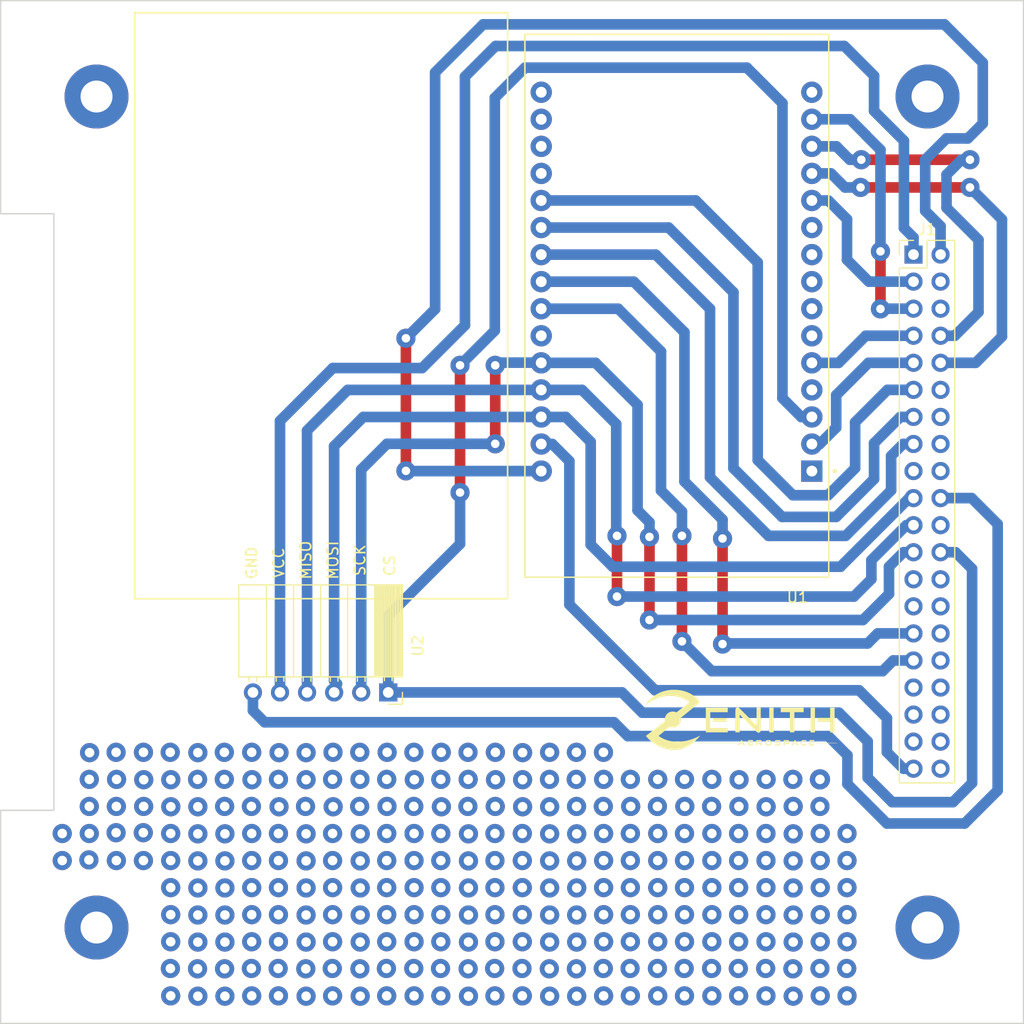
<source format=kicad_pcb>
(kicad_pcb (version 20211014) (generator pcbnew)
  (layers (0 "F.Cu" signal) (31 "B.Cu" signal) (34 "B.Paste" user) (35 "F.Paste" user) (36 "B.SilkS" user "B.Silkscreen") (37 "F.SilkS" user "F.Silkscreen") (38 "B.Mask" user) (39 "F.Mask" user) (44 "Edge.Cuts" user))
  (net 0 "")
  (net 1 "/3.3V")
  (net 2 "/5V")
  (net 3 "/SDA")
  (net 5 "/SCL")
  (net 6 "/GND")
  (net 8 "/TX0")
  (net 9 "/RX0")
  (net 10 "/M0")
  (net 12 "/M1")
  (net 13 "/AUX")
  (net 16 "/MOSI")
  (net 17 "/MISO")
  (net 19 "/SCK")
  (net 20 "/CS")
  (net 24 "/LED1")
  (net 25 "/LED2")
  (net 30 "/INT")
  (footprint "Connector_PinSocket_2.54mm:PinSocket_1x06_P2.54mm_Horizontal" (layer "F.Cu") (at 132.2 103.6 -90)
    (fp_text reference "U2" (at -4.38 -2.77 90) (layer "F.SilkS"))
    (fp_text value "Conn_01x06")
    (pad "1" thru_hole rect (at 0 0 270) (size 1.7 1.7) (drill 1) (layers *.Cu *.Mask) (net 20 "/CS"))
    (pad "2" thru_hole oval (at 0 2.54 270) (size 1.7 1.7) (drill 1) (layers *.Cu *.Mask) (net 19 "/SCK"))
    (pad "3" thru_hole oval (at 0 5.08 270) (size 1.7 1.7) (drill 1) (layers *.Cu *.Mask) (net 16 "/MOSI"))
    (pad "4" thru_hole oval (at 0 7.62 270) (size 1.7 1.7) (drill 1) (layers *.Cu *.Mask) (net 17 "/MISO"))
    (pad "5" thru_hole oval (at 0 10.16 270) (size 1.7 1.7) (drill 1) (layers *.Cu *.Mask) (net 1 "/3.3V"))
    (pad "6" thru_hole oval (at 0 12.7 270) (size 1.7 1.7) (drill 1) (layers *.Cu *.Mask) (net 6 "/GND"))
  )
  (footprint "Guilherme:ESP32_DEVKIT_V1_sem" (layer "F.Cu") (at 159.258 67.31 180)
    (fp_text reference "U1" (at -11.355 -27.36 180) (layer "F.SilkS"))
    (fp_text value "ESP32-DEVKIT-V1")
    (pad "1" thru_hole rect (at -12.7 -15.515 180) (size 2 2) (drill 1.02) (layers *.Cu *.Mask))
    (pad "2" thru_hole circle (at -12.7 -12.975 180) (size 2 2) (drill 1.02) (layers *.Cu *.Mask) (net 6 "/GND"))
    (pad "3" thru_hole circle (at -12.7 -10.435 180) (size 2 2) (drill 1.02) (layers *.Cu *.Mask) (net 20 "/CS"))
    (pad "4" thru_hole circle (at -12.7 -7.895 180) (size 2 2) (drill 1.02) (layers *.Cu *.Mask))
    (pad "5" thru_hole circle (at -12.7 -5.355 180) (size 2 2) (drill 1.02) (layers *.Cu *.Mask) (net 30 "/INT"))
    (pad "6" thru_hole circle (at -12.7 -2.815 180) (size 2 2) (drill 1.02) (layers *.Cu *.Mask))
    (pad "7" thru_hole circle (at -12.7 -0.275 180) (size 2 2) (drill 1.02) (layers *.Cu *.Mask))
    (pad "8" thru_hole circle (at -12.7 2.265 180) (size 2 2) (drill 1.02) (layers *.Cu *.Mask))
    (pad "9" thru_hole circle (at -12.7 4.805 180) (size 2 2) (drill 1.02) (layers *.Cu *.Mask))
    (pad "10" thru_hole circle (at -12.7 7.345 180) (size 2 2) (drill 1.02) (layers *.Cu *.Mask))
    (pad "11" thru_hole circle (at -12.7 9.885 180) (size 2 2) (drill 1.02) (layers *.Cu *.Mask) (net 3 "/SDA"))
    (pad "12" thru_hole circle (at -12.7 12.425 180) (size 2 2) (drill 1.02) (layers *.Cu *.Mask) (net 9 "/RX0"))
    (pad "13" thru_hole circle (at -12.7 14.965 180) (size 2 2) (drill 1.02) (layers *.Cu *.Mask) (net 8 "/TX0"))
    (pad "14" thru_hole circle (at -12.7 17.505 180) (size 2 2) (drill 1.02) (layers *.Cu *.Mask) (net 5 "/SCL"))
    (pad "15" thru_hole circle (at -12.7 20.045 180) (size 2 2) (drill 1.02) (layers *.Cu *.Mask))
    (pad "16" thru_hole circle (at 12.7 20.045 180) (size 2 2) (drill 1.02) (layers *.Cu *.Mask))
    (pad "17" thru_hole circle (at 12.7 17.505 180) (size 2 2) (drill 1.02) (layers *.Cu *.Mask))
    (pad "18" thru_hole circle (at 12.7 14.965 180) (size 2 2) (drill 1.02) (layers *.Cu *.Mask))
    (pad "19" thru_hole circle (at 12.7 12.425 180) (size 2 2) (drill 1.02) (layers *.Cu *.Mask))
    (pad "20" thru_hole circle (at 12.7 9.885 180) (size 2 2) (drill 1.02) (layers *.Cu *.Mask) (net 13 "/AUX"))
    (pad "21" thru_hole circle (at 12.7 7.345 180) (size 2 2) (drill 1.02) (layers *.Cu *.Mask) (net 10 "/M0"))
    (pad "22" thru_hole circle (at 12.7 4.805 180) (size 2 2) (drill 1.02) (layers *.Cu *.Mask) (net 12 "/M1"))
    (pad "23" thru_hole circle (at 12.7 2.265 180) (size 2 2) (drill 1.02) (layers *.Cu *.Mask) (net 24 "/LED1"))
    (pad "24" thru_hole circle (at 12.7 -0.275 180) (size 2 2) (drill 1.02) (layers *.Cu *.Mask) (net 25 "/LED2"))
    (pad "25" thru_hole circle (at 12.7 -2.815 180) (size 2 2) (drill 1.02) (layers *.Cu *.Mask))
    (pad "26" thru_hole circle (at 12.7 -5.355 180) (size 2 2) (drill 1.02) (layers *.Cu *.Mask) (net 19 "/SCK"))
    (pad "27" thru_hole circle (at 12.7 -7.895 180) (size 2 2) (drill 1.02) (layers *.Cu *.Mask) (net 17 "/MISO"))
    (pad "28" thru_hole circle (at 12.7 -10.435 180) (size 2 2) (drill 1.02) (layers *.Cu *.Mask) (net 16 "/MOSI"))
    (pad "29" thru_hole circle (at 12.7 -12.975 180) (size 2 2) (drill 1.02) (layers *.Cu *.Mask) (net 6 "/GND"))
    (pad "30" thru_hole circle (at 12.7 -15.515 180) (size 2 2) (drill 1.02) (layers *.Cu *.Mask) (net 2 "/5V"))
  )
  (footprint "Guilherme:OBSAT-Board" (layer "F.Cu") (at 181.5 62.5)
    (fp_text reference "J1" (at 1.27 -2.33) (layer "F.SilkS"))
    (fp_text value "Conn_02x20_Odd_Even")
    (fp_line (start -85.682 -23.833) (end 10.318 -23.833) (layer "Edge.Cuts") (width 0.12))
    (fp_line (start -85.682 52.167) (end -80.682 52.167) (layer "Edge.Cuts") (width 0.12))
    (fp_line (start 10.318 72.167) (end -85.682 72.167) (layer "Edge.Cuts") (width 0.12))
    (fp_line (start 10.318 -23.833) (end 10.318 72.167) (layer "Edge.Cuts") (width 0.12))
    (fp_line (start -85.682 -23.833) (end -85.682 -3.833) (layer "Edge.Cuts") (width 0.12))
    (fp_line (start -85.682 -3.833) (end -80.682 -3.833) (layer "Edge.Cuts") (width 0.12))
    (fp_line (start -85.682 52.167) (end -85.682 72.167) (layer "Edge.Cuts") (width 0.12))
    (fp_line (start -80.682 -3.833) (end -80.682 52.167) (layer "Edge.Cuts") (width 0.12))
    (pad "" thru_hole circle (at 1.318 63.167) (size 6 6) (drill 3) (layers *.Cu *.Mask))
    (pad "" thru_hole circle (at 1.318 -14.833) (size 6 6) (drill 3) (layers *.Cu *.Mask))
    (pad "" thru_hole circle (at -76.682 63.167) (size 6 6) (drill 3) (layers *.Cu *.Mask))
    (pad "" thru_hole circle (at -76.682 -14.833) (size 6 6) (drill 3) (layers *.Cu *.Mask))
    (pad "1" thru_hole rect (at 0 0) (size 1.7 1.7) (drill 1) (layers *.Cu *.Mask) (net 1 "/3.3V"))
    (pad "2" thru_hole oval (at 2.54 0) (size 1.7 1.7) (drill 1) (layers *.Cu *.Mask) (net 2 "/5V"))
    (pad "3" thru_hole oval (at 0 2.54) (size 1.7 1.7) (drill 1) (layers *.Cu *.Mask) (net 3 "/SDA"))
    (pad "4" thru_hole oval (at 2.54 2.54) (size 1.7 1.7) (drill 1) (layers *.Cu *.Mask))
    (pad "5" thru_hole oval (at 0 5.08) (size 1.7 1.7) (drill 1) (layers *.Cu *.Mask) (net 5 "/SCL"))
    (pad "6" thru_hole oval (at 2.54 5.08) (size 1.7 1.7) (drill 1) (layers *.Cu *.Mask) (net 6 "/GND"))
    (pad "7" thru_hole oval (at 0 7.62) (size 1.7 1.7) (drill 1) (layers *.Cu *.Mask) (net 30 "/INT"))
    (pad "8" thru_hole oval (at 2.54 7.62) (size 1.7 1.7) (drill 1) (layers *.Cu *.Mask) (net 8 "/TX0"))
    (pad "9" thru_hole oval (at 0 10.16) (size 1.7 1.7) (drill 1) (layers *.Cu *.Mask) (net 6 "/GND"))
    (pad "10" thru_hole oval (at 2.54 10.16) (size 1.7 1.7) (drill 1) (layers *.Cu *.Mask) (net 9 "/RX0"))
    (pad "11" thru_hole oval (at 0 12.7) (size 1.7 1.7) (drill 1) (layers *.Cu *.Mask) (net 13 "/AUX"))
    (pad "12" thru_hole oval (at 2.54 12.7) (size 1.7 1.7) (drill 1) (layers *.Cu *.Mask))
    (pad "13" thru_hole oval (at 0 15.24) (size 1.7 1.7) (drill 1) (layers *.Cu *.Mask) (net 10 "/M0"))
    (pad "14" thru_hole oval (at 2.54 15.24) (size 1.7 1.7) (drill 1) (layers *.Cu *.Mask) (net 6 "/GND"))
    (pad "15" thru_hole oval (at 0 17.78) (size 1.7 1.7) (drill 1) (layers *.Cu *.Mask) (net 12 "/M1"))
    (pad "16" thru_hole oval (at 2.54 17.78) (size 1.7 1.7) (drill 1) (layers *.Cu *.Mask))
    (pad "17" thru_hole oval (at 0 20.32) (size 1.7 1.7) (drill 1) (layers *.Cu *.Mask) (net 1 "/3.3V"))
    (pad "18" thru_hole oval (at 2.54 20.32) (size 1.7 1.7) (drill 1) (layers *.Cu *.Mask))
    (pad "19" thru_hole oval (at 0 22.86) (size 1.7 1.7) (drill 1) (layers *.Cu *.Mask) (net 16 "/MOSI"))
    (pad "20" thru_hole oval (at 2.54 22.86) (size 1.7 1.7) (drill 1) (layers *.Cu *.Mask) (net 6 "/GND"))
    (pad "21" thru_hole oval (at 0 25.4) (size 1.7 1.7) (drill 1) (layers *.Cu *.Mask) (net 17 "/MISO"))
    (pad "22" thru_hole oval (at 2.54 25.4) (size 1.7 1.7) (drill 1) (layers *.Cu *.Mask))
    (pad "23" thru_hole oval (at 0 27.94) (size 1.7 1.7) (drill 1) (layers *.Cu *.Mask) (net 19 "/SCK"))
    (pad "24" thru_hole oval (at 2.54 27.94) (size 1.7 1.7) (drill 1) (layers *.Cu *.Mask) (net 20 "/CS"))
    (pad "25" thru_hole oval (at 0 30.48) (size 1.7 1.7) (drill 1) (layers *.Cu *.Mask) (net 6 "/GND"))
    (pad "26" thru_hole oval (at 2.54 30.48) (size 1.7 1.7) (drill 1) (layers *.Cu *.Mask))
    (pad "27" thru_hole oval (at 0 33.02) (size 1.7 1.7) (drill 1) (layers *.Cu *.Mask))
    (pad "28" thru_hole oval (at 2.54 33.02) (size 1.7 1.7) (drill 1) (layers *.Cu *.Mask))
    (pad "29" thru_hole oval (at 0 35.56) (size 1.7 1.7) (drill 1) (layers *.Cu *.Mask) (net 24 "/LED1"))
    (pad "30" thru_hole oval (at 2.54 35.56) (size 1.7 1.7) (drill 1) (layers *.Cu *.Mask) (net 6 "/GND"))
    (pad "31" thru_hole oval (at 0 38.1) (size 1.7 1.7) (drill 1) (layers *.Cu *.Mask) (net 25 "/LED2"))
    (pad "32" thru_hole oval (at 2.54 38.1) (size 1.7 1.7) (drill 1) (layers *.Cu *.Mask))
    (pad "33" thru_hole oval (at 0 40.64) (size 1.7 1.7) (drill 1) (layers *.Cu *.Mask))
    (pad "34" thru_hole oval (at 2.54 40.64) (size 1.7 1.7) (drill 1) (layers *.Cu *.Mask) (net 6 "/GND"))
    (pad "35" thru_hole oval (at 0 43.18) (size 1.7 1.7) (drill 1) (layers *.Cu *.Mask))
    (pad "36" thru_hole oval (at 2.54 43.18) (size 1.7 1.7) (drill 1) (layers *.Cu *.Mask))
    (pad "37" thru_hole oval (at 0 45.72) (size 1.7 1.7) (drill 1) (layers *.Cu *.Mask))
    (pad "38" thru_hole oval (at 2.54 45.72) (size 1.7 1.7) (drill 1) (layers *.Cu *.Mask))
    (pad "39" thru_hole oval (at 0 48.26) (size 1.7 1.7) (drill 1) (layers *.Cu *.Mask) (net 6 "/GND"))
    (pad "40" thru_hole oval (at 2.54 48.26) (size 1.7 1.7) (drill 1) (layers *.Cu *.Mask))
  )
  (footprint "Nova pasta:Logo_19,4mm" (layer "F.Cu") (at 165.853534 106.172062)
    (fp_text reference "G***" hide)
    (fp_text value "LOGO" hide)
  )
  (gr_rect (start 108.4 39.8) (end 143.4 94.8) (layer "F.SilkS") (width 0.15) (fill none))
  (gr_text "MOSI" (at 127 91.186 90) (layer "F.SilkS") (effects (font (size 1 1))))
  (gr_text "GND" (at 119.38 91.44 90) (layer "F.SilkS") (effects (font (size 1 1))))
  (gr_text "MISO" (at 124.46 91.186 90) (layer "F.SilkS") (effects (font (size 1 1))))
  (gr_text "VCC" (at 121.92 91.44 90) (layer "F.SilkS") (effects (font (size 1 1))))
  (gr_text "SCK" (at 129.54 91.186 90) (layer "F.SilkS") (effects (font (size 1 1))))
  (gr_text "CS" (at 132.334 91.694 90) (layer "F.SilkS") (effects (font (size 1 1))))
  (via (at 147.32 129.54) (size 1.8) (drill 0.9) (layers "F.Cu" "B.Cu") (net 0))
  (via (at 106.699538 111.76) (size 1.8) (drill 0.9) (layers "F.Cu" "B.Cu") (net 0))
  (via (at 139.7 129.54) (size 1.8) (drill 0.9) (layers "F.Cu" "B.Cu") (net 0))
  (via (at 114.302791 111.76) (size 1.8) (drill 0.9) (layers "F.Cu" "B.Cu") (net 0))
  (via (at 139.728804 132.110783) (size 1.8) (drill 0.9) (layers "F.Cu" "B.Cu") (net 0))
  (via (at 121.948804 114.330783) (size 1.8) (drill 0.9) (layers "F.Cu" "B.Cu") (net 0))
  (via (at 172.72 114.3) (size 1.8) (drill 0.9) (layers "F.Cu" "B.Cu") (net 0))
  (via (at 137.188804 114.330783) (size 1.8) (drill 0.9) (layers "F.Cu" "B.Cu") (net 0))
  (via (at 142.214879 124.46) (size 1.8) (drill 0.9) (layers "F.Cu" "B.Cu") (net 0))
  (via (at 114.328804 132.110783) (size 1.8) (drill 0.9) (layers "F.Cu" "B.Cu") (net 0))
  (via (at 104.14 114.3) (size 1.8) (drill 0.9) (layers "F.Cu" "B.Cu") (net 0))
  (via (at 160.006044 111.76) (size 1.8) (drill 0.9) (layers "F.Cu" "B.Cu") (net 0))
  (via (at 119.353987 129.509217) (size 1.8) (drill 0.9) (layers "F.Cu" "B.Cu") (net 0))
  (via (at 154.926044 116.84) (size 1.8) (drill 0.9) (layers "F.Cu" "B.Cu") (net 0))
  (via (at 142.268804 111.790783) (size 1.8) (drill 0.9) (layers "F.Cu" "B.Cu") (net 0))
  (via (at 134.622791 127) (size 1.8) (drill 0.9) (layers "F.Cu" "B.Cu") (net 0))
  (via (at 167.653956 132.08) (size 1.8) (drill 0.9) (layers "F.Cu" "B.Cu") (net 0))
  (via (at 154.926044 111.76) (size 1.8) (drill 0.9) (layers "F.Cu" "B.Cu") (net 0))
  (via (at 124.488804 109.250783) (size 1.8) (drill 0.9) (layers "F.Cu" "B.Cu") (net 0))
  (via (at 104.103221 119.317317) (size 1.8) (drill 0.9) (layers "F.Cu" "B.Cu") (net 0))
  (via (at 162.573956 121.92) (size 1.8) (drill 0.9) (layers "F.Cu" "B.Cu") (net 0))
  (via (at 134.594879 114.3) (size 1.8) (drill 0.9) (layers "F.Cu" "B.Cu") (net 0))
  (via (at 162.573956 127) (size 1.8) (drill 0.9) (layers "F.Cu" "B.Cu") (net 0))
  (via (at 157.493956 121.92) (size 1.8) (drill 0.9) (layers "F.Cu" "B.Cu") (net 0))
  (via (at 154.926044 121.92) (size 1.8) (drill 0.9) (layers "F.Cu" "B.Cu") (net 0))
  (via (at 132.054879 127) (size 1.8) (drill 0.9) (layers "F.Cu" "B.Cu") (net 0))
  (via (at 165.086044 116.84) (size 1.8) (drill 0.9) (layers "F.Cu" "B.Cu") (net 0))
  (via (at 167.653956 127) (size 1.8) (drill 0.9) (layers "F.Cu" "B.Cu") (net 0))
  (via (at 160.006044 121.92) (size 1.8) (drill 0.9) (layers "F.Cu" "B.Cu") (net 0))
  (via (at 170.208804 127.030783) (size 1.8) (drill 0.9) (layers "F.Cu" "B.Cu") (net 0))
  (via (at 160.006044 132.08) (size 1.8) (drill 0.9) (layers "F.Cu" "B.Cu") (net 0))
  (via (at 167.667912 111.76) (size 1.8) (drill 0.9) (layers "F.Cu" "B.Cu") (net 0))
  (via (at 170.18 111.76) (size 1.8) (drill 0.9) (layers "F.Cu" "B.Cu") (net 0))
  (via (at 111.734879 109.22) (size 1.8) (drill 0.9) (layers "F.Cu" "B.Cu") (net 0))
  (via (at 149.888804 124.490783) (size 1.8) (drill 0.9) (layers "F.Cu" "B.Cu") (net 0))
  (via (at 121.894879 121.92) (size 1.8) (drill 0.9) (layers "F.Cu" "B.Cu") (net 0))
  (via (at 139.728804 124.490783) (size 1.8) (drill 0.9) (layers "F.Cu" "B.Cu") (net 0))
  (via (at 172.747912 116.84) (size 1.8) (drill 0.9) (layers "F.Cu" "B.Cu") (net 0))
  (via (at 121.894879 127) (size 1.8) (drill 0.9) (layers "F.Cu" "B.Cu") (net 0))
  (via (at 149.888804 116.870783) (size 1.8) (drill 0.9) (layers "F.Cu" "B.Cu") (net 0))
  (via (at 119.382791 132.08) (size 1.8) (drill 0.9) (layers "F.Cu" "B.Cu") (net 0))
  (via (at 162.546044 114.3) (size 1.8) (drill 0.9) (layers "F.Cu" "B.Cu") (net 0))
  (via (at 109.22 119.38) (size 1.8) (drill 0.9) (layers "F.Cu" "B.Cu") (net 0))
  (via (at 149.888804 119.410783) (size 1.8) (drill 0.9) (layers "F.Cu" "B.Cu") (net 0))
  (via (at 111.788804 114.330783) (size 1.8) (drill 0.9) (layers "F.Cu" "B.Cu") (net 0))
  (via (at 175.26 121.92) (size 1.8) (drill 0.9) (layers "F.Cu" "B.Cu") (net 0))
  (via (at 165.086044 119.38) (size 1.8) (drill 0.9) (layers "F.Cu" "B.Cu") (net 0))
  (via (at 172.747912 124.46) (size 1.8) (drill 0.9) (layers "F.Cu" "B.Cu") (net 0))
  (via (at 157.493956 124.46) (size 1.8) (drill 0.9) (layers "F.Cu" "B.Cu") (net 0))
  (via (at 144.753987 129.509217) (size 1.8) (drill 0.9) (layers "F.Cu" "B.Cu") (net 0))
  (via (at 106.655183 116.765355) (size 1.8) (drill 0.9) (layers "F.Cu" "B.Cu") (net 0))
  (via (at 165.086044 132.08) (size 1.8) (drill 0.9) (layers "F.Cu" "B.Cu") (net 0))
  (via (at 101.6 119.38) (size 1.8) (drill 0.9) (layers "F.Cu" "B.Cu") (net 0))
  (via (at 126.974879 127) (size 1.8) (drill 0.9) (layers "F.Cu" "B.Cu") (net 0))
  (via (at 127.013956 109.22) (size 1.8) (drill 0.9) (layers "F.Cu" "B.Cu") (net 0))
  (via (at 165.128804 111.790783) (size 1.8) (drill 0.9) (layers "F.Cu" "B.Cu") (net 0))
  (via (at 132.054879 116.84) (size 1.8) (drill 0.9) (layers "F.Cu" "B.Cu") (net 0))
  (via (at 172.719108 129.509217) (size 1.8) (drill 0.9) (layers "F.Cu" "B.Cu") (net 0))
  (via (at 104.14 111.76) (size 1.8) (drill 0.9) (layers "F.Cu" "B.Cu") (net 0))
  (via (at 139.728804 116.870783) (size 1.8) (drill 0.9) (layers "F.Cu" "B.Cu") (net 0))
  (via (at 119.382791 121.92) (size 1.8) (drill 0.9) (layers "F.Cu" "B.Cu") (net 0))
  (via (at 129.568804 127.030783) (size 1.8) (drill 0.9) (layers "F.Cu" "B.Cu") (net 0))
  (via (at 124.488804 119.410783) (size 1.8) (drill 0.9) (layers "F.Cu" "B.Cu") (net 0))
  (via (at 129.568804 119.410783) (size 1.8) (drill 0.9) (layers "F.Cu" "B.Cu") (net 0))
  (via (at 159.97724 129.509217) (size 1.8) (drill 0.9) (layers "F.Cu" "B.Cu") (net 0))
  (via (at 162.545152 129.509217) (size 1.8) (drill 0.9) (layers "F.Cu" "B.Cu") (net 0))
  (via (at 172.747912 127) (size 1.8) (drill 0.9) (layers "F.Cu" "B.Cu") (net 0))
  (via (at 167.668804 114.330783) (size 1.8) (drill 0.9) (layers "F.Cu" "B.Cu") (net 0))
  (via (at 134.622791 121.92) (size 1.8) (drill 0.9) (layers "F.Cu" "B.Cu") (net 0))
  (via (at 167.653956 119.38) (size 1.8) (drill 0.9) (layers "F.Cu" "B.Cu") (net 0))
  (via (at 142.186075 129.509217) (size 1.8) (drill 0.9) (layers "F.Cu" "B.Cu") (net 0))
  (via (at 142.253956 109.22) (size 1.8) (drill 0.9) (layers "F.Cu" "B.Cu") (net 0))
  (via (at 116.868804 121.950783) (size 1.8) (drill 0.9) (layers "F.Cu" "B.Cu") (net 0))
  (via (at 116.84 129.54) (size 1.8) (drill 0.9) (layers "F.Cu" "B.Cu") (net 0))
  (via (at 126.974879 116.84) (size 1.8) (drill 0.9) (layers "F.Cu" "B.Cu") (net 0))
  (via (at 134.622791 124.46) (size 1.8) (drill 0.9) (layers "F.Cu" "B.Cu") (net 0))
  (via (at 126.974879 121.92) (size 1.8) (drill 0.9) (layers "F.Cu" "B.Cu") (net 0))
  (via (at 121.894879 116.84) (size 1.8) (drill 0.9) (layers "F.Cu" "B.Cu") (net 0))
  (via (at 119.382791 127) (size 1.8) (drill 0.9) (layers "F.Cu" "B.Cu") (net 0))
  (via (at 175.26 132.08) (size 1.8) (drill 0.9) (layers "F.Cu" "B.Cu") (net 0))
  (via (at 116.814879 109.22) (size 1.8) (drill 0.9) (layers "F.Cu" "B.Cu") (net 0))
  (via (at 106.68 119.38) (size 1.8) (drill 0.9) (layers "F.Cu" "B.Cu") (net 0))
  (via (at 160.006044 124.46) (size 1.8) (drill 0.9) (layers "F.Cu" "B.Cu") (net 0))
  (via (at 172.747912 132.08) (size 1.8) (drill 0.9) (layers "F.Cu" "B.Cu") (net 0))
  (via (at 167.625152 129.509217) (size 1.8) (drill 0.9) (layers "F.Cu" "B.Cu") (net 0))
  (via (at 139.728804 127.030783) (size 1.8) (drill 0.9) (layers "F.Cu" "B.Cu") (net 0))
  (via (at 152.413956 116.84) (size 1.8) (drill 0.9) (layers "F.Cu" "B.Cu") (net 0))
  (via (at 162.573956 124.46) (size 1.8) (drill 0.9) (layers "F.Cu" "B.Cu") (net 0))
  (via (at 175.26 124.46) (size 1.8) (drill 0.9) (layers "F.Cu" "B.Cu") (net 0))
  (via (at 126.974879 111.76) (size 1.8) (drill 0.9) (layers "F.Cu" "B.Cu") (net 0))
  (via (at 160.006044 127) (size 1.8) (drill 0.9) (layers "F.Cu" "B.Cu") (net 0))
  (via (at 124.488804 116.870783) (size 1.8) (drill 0.9) (layers "F.Cu" "B.Cu") (net 0))
  (via (at 149.846044 111.76) (size 1.8) (drill 0.9) (layers "F.Cu" "B.Cu") (net 0))
  (via (at 129.568804 116.870783) (size 1.8) (drill 0.9) (layers "F.Cu" "B.Cu") (net 0))
  (via (at 149.888804 132.110783) (size 1.8) (drill 0.9) (layers "F.Cu" "B.Cu") (net 0))
  (via (at 170.18 129.54) (size 1.8) (drill 0.9) (layers "F.Cu" "B.Cu") (net 0))
  (via (at 170.208804 132.110783) (size 1.8) (drill 0.9) (layers "F.Cu" "B.Cu") (net 0))
  (via (at 167.653956 121.92) (size 1.8) (drill 0.9) (layers "F.Cu" "B.Cu") (net 0))
  (via (at 137.134879 124.46) (size 1.8) (drill 0.9) (layers "F.Cu" "B.Cu") (net 0))
  (via (at 157.493956 119.38) (size 1.8) (drill 0.9) (layers "F.Cu" "B.Cu") (net 0))
  (via (at 165.086044 124.46) (size 1.8) (drill 0.9) (layers "F.Cu" "B.Cu") (net 0))
  (via (at 109.207145 116.765355) (size 1.8) (drill 0.9) (layers "F.Cu" "B.Cu") (net 0))
  (via (at 121.894879 132.08) (size 1.8) (drill 0.9) (layers "F.Cu" "B.Cu") (net 0))
  (via (at 157.493956 132.08) (size 1.8) (drill 0.9) (layers "F.Cu" "B.Cu") (net 0))
  (via (at 129.526044 109.22) (size 1.8) (drill 0.9) (layers "F.Cu" "B.Cu") (net 0))
  (via (at 175.26 119.38) (size 1.8) (drill 0.9) (layers "F.Cu" "B.Cu") (net 0))
  (via (at 139.728804 121.950783) (size 1.8) (drill 0.9) (layers "F.Cu" "B.Cu") (net 0))
  (via (at 160.006044 116.84) (size 1.8) (drill 0.9) (layers "F.Cu" "B.Cu") (net 0))
  (via (at 132.054879 121.92) (size 1.8) (drill 0.9) (layers "F.Cu" "B.Cu") (net 0))
  (via (at 152.413956 119.38) (size 1.8) (drill 0.9) (layers "F.Cu" "B.Cu") (net 0))
  (via (at 111.779538 127) (size 1.8) (drill 0.9) (layers "F.Cu" "B.Cu") (net 0))
  (via (at 144.782791 121.92) (size 1.8) (drill 0.9) (layers "F.Cu" "B.Cu") (net 0))
  (via (at 157.466044 114.3) (size 1.8) (drill 0.9) (layers "F.Cu" "B.Cu") (net 0))
  (via (at 175.231196 129.509217) (size 1.8) (drill 0.9) (layers "F.Cu" "B.Cu") (net 0))
  (via (at 144.808804 109.250783) (size 1.8) (drill 0.9) (layers "F.Cu" "B.Cu") (net 0))
  (via (at 129.542791 111.76) (size 1.8) (drill 0.9) (layers "F.Cu" "B.Cu") (net 0))
  (via (at 114.328804 116.870783) (size 1.8) (drill 0.9) (layers "F.Cu" "B.Cu") (net 0))
  (via (at 147.348804 121.950783) (size 1.8) (drill 0.9) (layers "F.Cu" "B.Cu") (net 0))
  (via (at 172.747912 121.92) (size 1.8) (drill 0.9) (layers "F.Cu" "B.Cu") (net 0))
  (via (at 124.488804 127.030783) (size 1.8) (drill 0.9) (layers "F.Cu" "B.Cu") (net 0))
  (via (at 160.006044 119.38) (size 1.8) (drill 0.9) (layers "F.Cu" "B.Cu") (net 0))
  (via (at 111.779538 119.38) (size 1.8) (drill 0.9) (layers "F.Cu" "B.Cu") (net 0))
  (via (at 104.14 116.84) (size 1.8) (drill 0.9) (layers "F.Cu" "B.Cu") (net 0))
  (via (at 170.208804 124.490783) (size 1.8) (drill 0.9) (layers "F.Cu" "B.Cu") (net 0))
  (via (at 124.488804 121.950783) (size 1.8) (drill 0.9) (layers "F.Cu" "B.Cu") (net 0))
  (via (at 132.054879 111.76) (size 1.8) (drill 0.9) (layers "F.Cu" "B.Cu") (net 0))
  (via (at 167.653956 124.46) (size 1.8) (drill 0.9) (layers "F.Cu" "B.Cu") (net 0))
  (via (at 114.3 129.54) (size 1.8) (drill 0.9) (layers "F.Cu" "B.Cu") (net 0))
  (via (at 121.894879 111.76) (size 1.8) (drill 0.9) (layers "F.Cu" "B.Cu") (net 0))
  (via (at 126.974879 119.38) (size 1.8) (drill 0.9) (layers "F.Cu" "B.Cu") (net 0))
  (via (at 144.782791 127) (size 1.8) (drill 0.9) (layers "F.Cu" "B.Cu") (net 0))
  (via (at 170.208804 116.870783) (size 1.8) (drill 0.9) (layers "F.Cu" "B.Cu") (net 0))
  (via (at 137.134879 121.92) (size 1.8) (drill 0.9) (layers "F.Cu" "B.Cu") (net 0))
  (via (at 119.382791 124.46) (size 1.8) (drill 0.9) (layers "F.Cu" "B.Cu") (net 0))
  (via (at 116.868804 124.490783) (size 1.8) (drill 0.9) (layers "F.Cu" "B.Cu") (net 0))
  (via (at 152.413956 124.46) (size 1.8) (drill 0.9) (layers "F.Cu" "B.Cu") (net 0))
  (via (at 162.573956 132.08) (size 1.8) (drill 0.9) (layers "F.Cu" "B.Cu") (net 0))
  (via (at 111.779538 121.92) (size 1.8) (drill 0.9) (layers "F.Cu" "B.Cu") (net 0))
  (via (at 116.868804 132.110783) (size 1.8) (drill 0.9) (layers "F.Cu" "B.Cu") (net 0))
  (via (at 152.4 109.22) (size 1.8) (drill 0.9) (layers "F.Cu" "B.Cu") (net 0))
  (via (at 152.413956 127) (size 1.8) (drill 0.9) (layers "F.Cu" "B.Cu") (net 0))
  (via (at 147.348804 116.870783) (size 1.8) (drill 0.9) (layers "F.Cu" "B.Cu") (net 0))
  (via (at 142.242791 114.3) (size 1.8) (drill 0.9) (layers "F.Cu" "B.Cu") (net 0))
  (via (at 132.054879 132.08) (size 1.8) (drill 0.9) (layers "F.Cu" "B.Cu") (net 0))
  (via (at 134.622791 119.38) (size 1.8) (drill 0.9) (layers "F.Cu" "B.Cu") (net 0))
  (via (at 147.348804 132.110783) (size 1.8) (drill 0.9) (layers "F.Cu" "B.Cu") (net 0))
  (via (at 157.493956 111.76) (size 1.8) (drill 0.9) (layers "F.Cu" "B.Cu") (net 0))
  (via (at 104.168804 109.250783) (size 1.8) (drill 0.9) (layers "F.Cu" "B.Cu") (net 0))
  (via (at 154.89724 129.509217) (size 1.8) (drill 0.9) (layers "F.Cu" "B.Cu") (net 0))
  (via (at 154.926044 132.08) (size 1.8) (drill 0.9) (layers "F.Cu" "B.Cu") (net 0))
  (via (at 134.606044 109.22) (size 1.8) (drill 0.9) (layers "F.Cu" "B.Cu") (net 0))
  (via (at 137.134879 119.38) (size 1.8) (drill 0.9) (layers "F.Cu" "B.Cu") (net 0))
  (via (at 157.493956 127) (size 1.8) (drill 0.9) (layers "F.Cu" "B.Cu") (net 0))
  (via (at 121.894879 124.46) (size 1.8) (drill 0.9) (layers "F.Cu" "B.Cu") (net 0))
  (via (at 147.348804 127.030783) (size 1.8) (drill 0.9) (layers "F.Cu" "B.Cu") (net 0))
  (via (at 165.086044 121.92) (size 1.8) (drill 0.9) (layers "F.Cu" "B.Cu") (net 0))
  (via (at 129.568804 121.950783) (size 1.8) (drill 0.9) (layers "F.Cu" "B.Cu") (net 0))
  (via (at 170.208804 119.410783) (size 1.8) (drill 0.9) (layers "F.Cu" "B.Cu") (net 0))
  (via (at 149.873956 114.3) (size 1.8) (drill 0.9) (layers "F.Cu" "B.Cu") (net 0))
  (via (at 126.974879 132.08) (size 1.8) (drill 0.9) (layers "F.Cu" "B.Cu") (net 0))
  (via (at 109.222791 109.22) (size 1.8) (drill 0.9) (layers "F.Cu" "B.Cu") (net 0))
  (via (at 165.05724 129.509217) (size 1.8) (drill 0.9) (layers "F.Cu" "B.Cu") (net 0))
  (via (at 154.926044 124.46) (size 1.8) (drill 0.9) (layers "F.Cu" "B.Cu") (net 0))
  (via (at 165.086044 127) (size 1.8) (drill 0.9) (layers "F.Cu" "B.Cu") (net 0))
  (via (at 165.113956 114.3) (size 1.8) (drill 0.9) (layers "F.Cu" "B.Cu") (net 0))
  (via (at 116.814879 111.76) (size 1.8) (drill 0.9) (layers "F.Cu" "B.Cu") (net 0))
  (via (at 134.648804 111.790783) (size 1.8) (drill 0.9) (layers "F.Cu" "B.Cu") (net 0))
  (via (at 172.747912 119.38) (size 1.8) (drill 0.9) (layers "F.Cu" "B.Cu") (net 0))
  (via (at 137.173956 109.22) (size 1.8) (drill 0.9) (layers "F.Cu" "B.Cu") (net 0))
  (via (at 144.782791 116.84) (size 1.8) (drill 0.9) (layers "F.Cu" "B.Cu") (net 0))
  (via (at 129.54 129.54) (size 1.8) (drill 0.9) (layers "F.Cu" "B.Cu") (net 0))
  (via (at 124.488804 124.490783) (size 1.8) (drill 0.9) (layers "F.Cu" "B.Cu") (net 0))
  (via (at 111.750734 129.509217) (size 1.8) (drill 0.9) (layers "F.Cu" "B.Cu") (net 0))
  (via (at 142.214879 127) (size 1.8) (drill 0.9) (layers "F.Cu" "B.Cu") (net 0))
  (via (at 137.134879 132.08) (size 1.8) (drill 0.9) (layers "F.Cu" "B.Cu") (net 0))
  (via (at 134.593987 129.509217) (size 1.8) (drill 0.9) (layers "F.Cu" "B.Cu") (net 0))
  (via (at 147.347912 109.22) (size 1.8) (drill 0.9) (layers "F.Cu" "B.Cu") (net 0))
  (via (at 114.328804 109.250783) (size 1.8) (drill 0.9) (layers "F.Cu" "B.Cu") (net 0))
  (via (at 152.413956 111.76) (size 1.8) (drill 0.9) (layers "F.Cu" "B.Cu") (net 0))
  (via (at 111.779538 124.46) (size 1.8) (drill 0.9) (layers "F.Cu" "B.Cu") (net 0))
  (via (at 144.782791 124.46) (size 1.8) (drill 0.9) (layers "F.Cu" "B.Cu") (net 0))
  (via (at 119.382791 116.84) (size 1.8) (drill 0.9) (layers "F.Cu" "B.Cu") (net 0))
  (via (at 170.208804 121.950783) (size 1.8) (drill 0.9) (layers "F.Cu" "B.Cu") (net 0))
  (via (at 114.328804 119.410783) (size 1.8) (drill 0.9) (layers "F.Cu" "B.Cu") (net 0))
  (via (at 157.465152 129.509217) (size 1.8) (drill 0.9) (layers "F.Cu" "B.Cu") (net 0))
  (via (at 126.946075 129.509217) (size 1.8) (drill 0.9) (layers "F.Cu" "B.Cu") (net 0))
  (via (at 137.134879 127) (size 1.8) (drill 0.9) (layers "F.Cu" "B.Cu") (net 0))
  (via (at 114.328804 121.950783) (size 1.8) (drill 0.9) (layers "F.Cu" "B.Cu") (net 0))
  (via (at 111.788804 111.790783) (size 1.8) (drill 0.9) (layers "F.Cu" "B.Cu") (net 0))
  (via (at 106.68 114.3) (size 1.8) (drill 0.9) (layers "F.Cu" "B.Cu") (net 0))
  (via (at 111.779538 116.84) (size 1.8) (drill 0.9) (layers "F.Cu" "B.Cu") (net 0))
  (via (at 149.86 129.54) (size 1.8) (drill 0.9) (layers "F.Cu" "B.Cu") (net 0))
  (via (at 160.033956 114.3) (size 1.8) (drill 0.9) (layers "F.Cu" "B.Cu") (net 0))
  (via (at 149.888804 127.030783) (size 1.8) (drill 0.9) (layers "F.Cu" "B.Cu") (net 0))
  (via (at 172.72 111.76) (size 1.9) (drill 0.9) (layers "F.Cu" "B.Cu") (net 0))
  (via (at 147.348804 119.410783) (size 1.8) (drill 0.9) (layers "F.Cu" "B.Cu") (net 0))
  (via (at 114.328804 127.030783) (size 1.8) (drill 0.9) (layers "F.Cu" "B.Cu") (net 0))
  (via (at 129.568804 132.110783) (size 1.8) (drill 0.9) (layers "F.Cu" "B.Cu") (net 0))
  (via (at 129.514879 114.3) (size 1.8) (drill 0.9) (layers "F.Cu" "B.Cu") (net 0))
  (via (at 139.674879 114.3) (size 1.8) (drill 0.9) (layers "F.Cu" "B.Cu") (net 0))
  (via (at 109.239538 114.3) (size 1.8) (drill 0.9) (layers "F.Cu" "B.Cu") (net 0))
  (via (at 121.894879 119.38) (size 1.8) (drill 0.9) (layers "F.Cu" "B.Cu") (net 0))
  (via (at 167.653956 116.84) (size 1.8) (drill 0.9) (layers "F.Cu" "B.Cu") (net 0))
  (via (at 119.382791 119.38) (size 1.8) (drill 0.9) (layers "F.Cu" "B.Cu") (net 0))
  (via (at 137.134879 111.76) (size 1.8) (drill 0.9) (layers "F.Cu" "B.Cu") (net 0))
  (via (at 152.385152 129.509217) (size 1.8) (drill 0.9) (layers "F.Cu" "B.Cu") (net 0))
  (via (at 132.093956 109.22) (size 1.8) (drill 0.9) (layers "F.Cu" "B.Cu") (net 0))
  (via (at 139.686044 109.22) (size 1.8) (drill 0.9) (layers "F.Cu" "B.Cu") (net 0))
  (via (at 175.26 116.84) (size 1.8) (drill 0.9) (layers "F.Cu" "B.Cu") (net 0))
  (via (at 134.622791 132.08) (size 1.8) (drill 0.9) (layers "F.Cu" "B.Cu") (net 0))
  (via (at 116.868804 116.870783) (size 1.8) (drill 0.9) (layers "F.Cu" "B.Cu") (net 0))
  (via (at 144.782791 119.38) (size 1.8) (drill 0.9) (layers "F.Cu" "B.Cu") (net 0))
  (via (at 132.026075 129.509217) (size 1.8) (drill 0.9) (layers "F.Cu" "B.Cu") (net 0))
  (via (at 139.702791 111.76) (size 1.8) (drill 0.9) (layers "F.Cu" "B.Cu") (net 0))
  (via (at 152.386044 114.3) (size 1.8) (drill 0.9) (layers "F.Cu" "B.Cu") (net 0))
  (via (at 142.214879 119.38) (size 1.8) (drill 0.9) (layers "F.Cu" "B.Cu") (net 0))
  (via (at 132.082791 114.3) (size 1.8) (drill 0.9) (layers "F.Cu" "B.Cu") (net 0))
  (via (at 154.926044 127) (size 1.8) (drill 0.9) (layers "F.Cu" "B.Cu") (net 0))
  (via (at 162.573956 111.76) (size 1.8) (drill 0.9) (layers "F.Cu" "B.Cu") (net 0))
  (via (at 116.868804 119.410783) (size 1.8) (drill 0.9) (layers "F.Cu" "B.Cu") (net 0))
  (via (at 132.054879 119.38) (size 1.8) (drill 0.9) (layers "F.Cu" "B.Cu") (net 0))
  (via (at 142.214879 116.84) (size 1.8) (drill 0.9) (layers "F.Cu" "B.Cu") (net 0))
  (via (at 142.214879 132.08) (size 1.8) (drill 0.9) (layers "F.Cu" "B.Cu") (net 0))
  (via (at 144.782791 132.08) (size 1.8) (drill 0.9) (layers "F.Cu" "B.Cu") (net 0))
  (via (at 126.974879 124.46) (size 1.8) (drill 0.9) (layers "F.Cu" "B.Cu") (net 0))
  (via (at 111.779538 132.08) (size 1.8) (drill 0.9) (layers "F.Cu" "B.Cu") (net 0))
  (via (at 147.348804 114.330783) (size 1.8) (drill 0.9) (layers "F.Cu" "B.Cu") (net 0))
  (via (at 121.866075 129.509217) (size 1.8) (drill 0.9) (layers "F.Cu" "B.Cu") (net 0))
  (via (at 154.926044 119.38) (size 1.8) (drill 0.9) (layers "F.Cu" "B.Cu") (net 0))
  (via (at 149.888804 121.950783) (size 1.8) (drill 0.9) (layers "F.Cu" "B.Cu") (net 0))
  (via (at 119.408804 111.790783) (size 1.8) (drill 0.9) (layers "F.Cu" "B.Cu") (net 0))
  (via (at 116.842791 114.3) (size 1.8) (drill 0.9) (layers "F.Cu" "B.Cu") (net 0))
  (via (at 129.568804 124.490783) (size 1.8) (drill 0.9) (layers "F.Cu" "B.Cu") (net 0))
  (via (at 144.808804 111.790783) (size 1.8) (drill 0.9) (layers "F.Cu" "B.Cu") (net 0))
  (via (at 137.106075 129.509217) (size 1.8) (drill 0.9) (layers "F.Cu" "B.Cu") (net 0))
  (via (at 142.214879 121.92) (size 1.8) (drill 0.9) (layers "F.Cu" "B.Cu") (net 0))
  (via (at 116.868804 127.030783) (size 1.8) (drill 0.9) (layers "F.Cu" "B.Cu") (net 0))
  (via (at 109.248804 111.790783) (size 1.8) (drill 0.9) (layers "F.Cu" "B.Cu") (net 0))
  (via (at 101.6 116.84) (size 1.8) (drill 0.9) (layers "F.Cu" "B.Cu") (net 0))
  (via (at 152.413956 121.92) (size 1.8) (drill 0.9) (layers "F.Cu" "B.Cu") (net 0))
  (via (at 121.948804 109.250783) (size 1.8) (drill 0.9) (layers "F.Cu" "B.Cu") (net 0))
  (via (at 162.573956 116.84) (size 1.8) (drill 0.9) (layers "F.Cu" "B.Cu") (net 0))
  (via (at 124.488804 111.790783) (size 1.8) (drill 0.9) (layers "F.Cu" "B.Cu") (net 0))
  (via (at 106.654879 109.22) (size 1.8) (drill 0.9) (layers "F.Cu" "B.Cu") (net 0))
  (via (at 147.348804 124.490783) (size 1.8) (drill 0.9) (layers "F.Cu" "B.Cu") (net 0))
  (via (at 144.808804 114.330783) (size 1.8) (drill 0.9) (layers "F.Cu" "B.Cu") (net 0))
  (via (at 124.434879 114.3) (size 1.8) (drill 0.9) (layers "F.Cu" "B.Cu") (net 0))
  (via (at 132.054879 124.46) (size 1.8) (drill 0.9) (layers "F.Cu" "B.Cu") (net 0))
  (via (at 147.333956 111.76) (size 1.8) (drill 0.9) (layers "F.Cu" "B.Cu") (net 0))
  (via (at 154.953956 114.3) (size 1.8) (drill 0.9) (layers "F.Cu" "B.Cu") (net 0))
  (via (at 119.354879 114.3) (size 1.8) (drill 0.9) (layers "F.Cu" "B.Cu") (net 0))
  (via (at 175.26 127) (size 1.8) (drill 0.9) (layers "F.Cu" "B.Cu") (net 0))
  (via (at 162.573956 119.38) (size 1.8) (drill 0.9) (layers "F.Cu" "B.Cu") (net 0))
  (via (at 124.46 129.54) (size 1.8) (drill 0.9) (layers "F.Cu" "B.Cu") (net 0))
  (via (at 114.328804 114.330783) (size 1.8) (drill 0.9) (layers "F.Cu" "B.Cu") (net 0))
  (via (at 127.028804 114.330783) (size 1.8) (drill 0.9) (layers "F.Cu" "B.Cu") (net 0))
  (via (at 124.488804 132.110783) (size 1.8) (drill 0.9) (layers "F.Cu" "B.Cu") (net 0))
  (via (at 114.328804 124.490783) (size 1.8) (drill 0.9) (layers "F.Cu" "B.Cu") (net 0))
  (via (at 152.413956 132.08) (size 1.8) (drill 0.9) (layers "F.Cu" "B.Cu") (net 0))
  (via (at 139.728804 119.410783) (size 1.8) (drill 0.9) (layers "F.Cu" "B.Cu") (net 0))
  (via (at 170.207912 114.3) (size 1.8) (drill 0.9) (layers "F.Cu" "B.Cu") (net 0))
  (via (at 157.493956 116.84) (size 1.8) (drill 0.9) (layers "F.Cu" "B.Cu") (net 0))
  (via (at 119.382791 109.22) (size 1.8) (drill 0.9) (layers "F.Cu" "B.Cu") (net 0))
  (via (at 137.134879 116.84) (size 1.8) (drill 0.9) (layers "F.Cu" "B.Cu") (net 0))
  (via (at 134.622791 116.84) (size 1.8) (drill 0.9) (layers "F.Cu" "B.Cu") (net 0))
  (via (at 149.86 109.22) (size 1.8) (drill 0.9) (layers "F.Cu" "B.Cu") (net 0))
  (segment (start 181.5 60.9) (end 180.6 60) (width 1) (layer "B.Cu") (net 1))
  (segment (start 139.4 69.134) (end 135.382 73.152) (width 1) (layer "B.Cu") (net 1))
  (segment (start 175.006 42.926) (end 142.274 42.926) (width 1) (layer "B.Cu") (net 1))
  (segment (start 177.8 49.022) (end 177.8 45.72) (width 1) (layer "B.Cu") (net 1))
  (segment (start 135.382 73.152) (end 127 73.152) (width 1) (layer "B.Cu") (net 1))
  (segment (start 127 73.152) (end 122.04 78.112) (width 1) (layer "B.Cu") (net 1))
  (segment (start 177.8 45.72) (end 175.006 42.926) (width 1) (layer "B.Cu") (net 1))
  (segment (start 180.6 60) (end 180.6 51.822) (width 1) (layer "B.Cu") (net 1))
  (segment (start 122.04 78.112) (end 122.04 103.6) (width 1) (layer "B.Cu") (net 1))
  (segment (start 139.4 45.8) (end 139.4 69.134) (width 1) (layer "B.Cu") (net 1))
  (segment (start 181.5 62.5) (end 181.5 60.9) (width 1) (layer "B.Cu") (net 1))
  (segment (start 180.6 51.822) (end 177.8 49.022) (width 1) (layer "B.Cu") (net 1))
  (segment (start 142.274 42.926) (end 139.4 45.8) (width 1) (layer "B.Cu") (net 1))
  (segment (start 133.858 82.804) (end 133.858 70.358) (width 1) (layer "F.Cu") (net 2))
  (via (at 133.858 70.358) (size 1.8) (drill 0.8) (layers "F.Cu" "B.Cu") (net 2))
  (via (at 133.858 82.804) (size 1.8) (drill 0.8) (layers "F.Cu" "B.Cu") (net 2))
  (segment (start 136.6 45.4) (end 141.106 40.894) (width 1) (layer "B.Cu") (net 2))
  (segment (start 182.6 58.4) (end 184.04 59.84) (width 1) (layer "B.Cu") (net 2))
  (segment (start 184.6 51.6) (end 182.6 53.6) (width 1) (layer "B.Cu") (net 2))
  (segment (start 188 44.49) (end 188 50.2) (width 1) (layer "B.Cu") (net 2))
  (segment (start 141.106 40.894) (end 184.404 40.894) (width 1) (layer "B.Cu") (net 2))
  (segment (start 188 50.2) (end 186.6 51.6) (width 1) (layer "B.Cu") (net 2))
  (segment (start 182.6 53.6) (end 182.6 58.4) (width 1) (layer "B.Cu") (net 2))
  (segment (start 184.04 59.84) (end 184.04 62.5) (width 1) (layer "B.Cu") (net 2))
  (segment (start 186.6 51.6) (end 184.6 51.6) (width 1) (layer "B.Cu") (net 2))
  (segment (start 184.404 40.894) (end 188 44.49) (width 1) (layer "B.Cu") (net 2))
  (segment (start 133.858 82.804) (end 133.879 82.825) (width 1) (layer "B.Cu") (net 2))
  (segment (start 133.879 82.825) (end 146.558 82.825) (width 1) (layer "B.Cu") (net 2))
  (segment (start 133.858 70.358) (end 136.6 67.616) (width 1) (layer "B.Cu") (net 2))
  (segment (start 136.6 67.616) (end 136.6 45.4) (width 1) (layer "B.Cu") (net 2))
  (segment (start 177.308 65.04) (end 175.26 62.992) (width 1) (layer "B.Cu") (net 3))
  (segment (start 181.5 65.04) (end 177.308 65.04) (width 1) (layer "B.Cu") (net 3))
  (segment (start 175.26 62.992) (end 175.26 59.182) (width 1) (layer "B.Cu") (net 3))
  (segment (start 173.503 57.425) (end 171.958 57.425) (width 1) (layer "B.Cu") (net 3))
  (segment (start 175.26 59.182) (end 173.503 57.425) (width 1) (layer "B.Cu") (net 3))
  (segment (start 178.4 67.6) (end 178.4 62.2) (width 1) (layer "F.Cu") (net 5))
  (via (at 178.4 67.6) (size 1.8) (drill 0.8) (layers "F.Cu" "B.Cu") (net 5))
  (via (at 178.4 62.2) (size 1.8) (drill 0.8) (layers "F.Cu" "B.Cu") (net 5))
  (segment (start 178.4 52.67) (end 178.4 62.2) (width 1) (layer "B.Cu") (net 5))
  (segment (start 171.958 49.805) (end 175.551 49.805) (width 1) (layer "B.Cu") (net 5))
  (segment (start 178.4 67.6) (end 178.42 67.58) (width 1) (layer "B.Cu") (net 5))
  (segment (start 177.038 51.292) (end 177.038 51.308) (width 1) (layer "B.Cu") (net 5))
  (segment (start 178.42 67.58) (end 181.5 67.58) (width 1) (layer "B.Cu") (net 5))
  (segment (start 175.551 49.805) (end 177.038 51.292) (width 1) (layer "B.Cu") (net 5))
  (segment (start 177.038 51.308) (end 178.4 52.67) (width 1) (layer "B.Cu") (net 5))
  (segment (start 154.69 107.7) (end 173.5 107.7) (width 1) (layer "B.Cu") (net 6))
  (segment (start 172.699 80.285) (end 174.244 78.74) (width 1) (layer "B.Cu") (net 6))
  (segment (start 149.2 81.89) (end 147.595 80.285) (width 1) (layer "B.Cu") (net 6))
  (segment (start 181.5 110.76) (end 180.56 110.76) (width 1) (layer "B.Cu") (net 6))
  (segment (start 171.958 80.285) (end 172.699 80.285) (width 1) (layer "B.Cu") (net 6))
  (segment (start 175.3 109.5) (end 175.3 112.2) (width 1) (layer "B.Cu") (net 6))
  (segment (start 174.244 78.74) (end 174.244 75.692) (width 1) (layer "B.Cu") (net 6))
  (segment (start 173.5 107.7) (end 175.3 109.5) (width 1) (layer "B.Cu") (net 6))
  (segment (start 119.5 103.6) (end 119.5 105.3) (width 1) (layer "B.Cu") (net 6))
  (segment (start 179 106) (end 176.4 103.4) (width 1) (layer "B.Cu") (net 6))
  (segment (start 186.96 85.36) (end 184.04 85.36) (width 1) (layer "B.Cu") (net 6))
  (segment (start 120.6 106.4) (end 153.39 106.4) (width 1) (layer "B.Cu") (net 6))
  (segment (start 153.39 106.4) (end 154.69 107.7) (width 1) (layer "B.Cu") (net 6))
  (segment (start 179 115.9) (end 186.3 115.9) (width 1) (layer "B.Cu") (net 6))
  (segment (start 174.244 75.692) (end 177.276 72.66) (width 1) (layer "B.Cu") (net 6))
  (segment (start 189.4 112.8) (end 189.4 87.8) (width 1) (layer "B.Cu") (net 6))
  (segment (start 175.3 112.2) (end 179 115.9) (width 1) (layer "B.Cu") (net 6))
  (segment (start 186.3 115.9) (end 189.4 112.8) (width 1) (layer "B.Cu") (net 6))
  (segment (start 157.248 103.4) (end 149.2 95.352) (width 1) (layer "B.Cu") (net 6))
  (segment (start 180.56 110.76) (end 179 109.2) (width 1) (layer "B.Cu") (net 6))
  (segment (start 177.276 72.66) (end 181.5 72.66) (width 1) (layer "B.Cu") (net 6))
  (segment (start 147.595 80.285) (end 146.558 80.285) (width 1) (layer "B.Cu") (net 6))
  (segment (start 179 109.2) (end 179 106) (width 1) (layer "B.Cu") (net 6))
  (segment (start 176.4 103.4) (end 157.248 103.4) (width 1) (layer "B.Cu") (net 6))
  (segment (start 119.5 105.3) (end 120.6 106.4) (width 1) (layer "B.Cu") (net 6))
  (segment (start 189.4 87.8) (end 186.96 85.36) (width 1) (layer "B.Cu") (net 6))
  (segment (start 149.2 95.352) (end 149.2 81.89) (width 1) (layer "B.Cu") (net 6))
  (segment (start 186.8 53.6) (end 176.6 53.6) (width 1) (layer "F.Cu") (net 8))
  (via (at 186.8 53.6) (size 1.8) (drill 0.8) (layers "F.Cu" "B.Cu") (net 8))
  (via (at 176.6 53.6) (size 1.8) (drill 0.8) (layers "F.Cu" "B.Cu") (net 8))
  (segment (start 175.52 53.6) (end 174.265 52.345) (width 1) (layer "B.Cu") (net 8))
  (segment (start 186.8 53.6) (end 186 53.6) (width 1) (layer "B.Cu") (net 8))
  (segment (start 186 53.6) (end 184.6 55) (width 1) (layer "B.Cu") (net 8))
  (segment (start 174.265 52.345) (end 171.958 52.345) (width 1) (layer "B.Cu") (net 8))
  (segment (start 184.6 55) (end 184.6 58.108) (width 1) (layer "B.Cu") (net 8))
  (segment (start 176.6 53.6) (end 175.52 53.6) (width 1) (layer "B.Cu") (net 8))
  (segment (start 187.6 61.108) (end 187.6 67.9) (width 1) (layer "B.Cu") (net 8))
  (segment (start 187.6 67.9) (end 185.38 70.12) (width 1) (layer "B.Cu") (net 8))
  (segment (start 185.38 70.12) (end 184.04 70.12) (width 1) (layer "B.Cu") (net 8))
  (segment (start 184.6 58.108) (end 187.6 61.108) (width 1) (layer "B.Cu") (net 8))
  (segment (start 186.8 56.2) (end 176.53 56.2) (width 1) (layer "F.Cu") (net 9))
  (via (at 176.53 56.2) (size 1.8) (drill 0.8) (layers "F.Cu" "B.Cu") (net 9))
  (via (at 186.8 56.2) (size 1.8) (drill 0.8) (layers "F.Cu" "B.Cu") (net 9))
  (segment (start 189.8 59.2) (end 189.8 70.2) (width 1) (layer "B.Cu") (net 9))
  (segment (start 176.53 56.2) (end 175.072 56.2) (width 1) (layer "B.Cu") (net 9))
  (segment (start 173.757 54.885) (end 171.958 54.885) (width 1) (layer "B.Cu") (net 9))
  (segment (start 175.072 56.2) (end 173.757 54.885) (width 1) (layer "B.Cu") (net 9))
  (segment (start 189.8 70.2) (end 187.34 72.66) (width 1) (layer "B.Cu") (net 9))
  (segment (start 186.8 56.2) (end 189.8 59.2) (width 1) (layer "B.Cu") (net 9))
  (segment (start 187.34 72.66) (end 184.04 72.66) (width 1) (layer "B.Cu") (net 9))
  (segment (start 180.26 77.74) (end 181.5 77.74) (width 1) (layer "B.Cu") (net 10))
  (segment (start 164.6 66.048) (end 164.6 82.558) (width 1) (layer "B.Cu") (net 10))
  (segment (start 177.8 83.566) (end 177.8 80.2) (width 1) (layer "B.Cu") (net 10))
  (segment (start 158.517 59.965) (end 164.6 66.048) (width 1) (layer "B.Cu") (net 10))
  (segment (start 174.244 87.122) (end 177.8 83.566) (width 1) (layer "B.Cu") (net 10))
  (segment (start 146.558 59.965) (end 158.517 59.965) (width 1) (layer "B.Cu") (net 10))
  (segment (start 169.164 87.122) (end 174.244 87.122) (width 1) (layer "B.Cu") (net 10))
  (segment (start 164.6 82.558) (end 169.164 87.122) (width 1) (layer "B.Cu") (net 10))
  (segment (start 177.8 80.2) (end 180.26 77.74) (width 1) (layer "B.Cu") (net 10))
  (segment (start 146.558 62.505) (end 157.305 62.505) (width 1) (layer "B.Cu") (net 12))
  (segment (start 162.4 67.6) (end 162.4 83.406) (width 1) (layer "B.Cu") (net 12))
  (segment (start 167.894 88.9) (end 175.133 88.9) (width 1) (layer "B.Cu") (net 12))
  (segment (start 162.4 83.406) (end 167.894 88.9) (width 1) (layer "B.Cu") (net 12))
  (segment (start 179.4 84.633) (end 179.4 81.4) (width 1) (layer "B.Cu") (net 12))
  (segment (start 175.133 88.9) (end 179.4 84.633) (width 1) (layer "B.Cu") (net 12))
  (segment (start 157.305 62.505) (end 162.4 67.6) (width 1) (layer "B.Cu") (net 12))
  (segment (start 179.4 81.4) (end 180.52 80.28) (width 1) (layer "B.Cu") (net 12))
  (segment (start 180.52 80.28) (end 181.5 80.28) (width 1) (layer "B.Cu") (net 12))
  (segment (start 166.878 63.246) (end 161.057 57.425) (width 1) (layer "B.Cu") (net 13))
  (segment (start 173.482 85.09) (end 170.18 85.09) (width 1) (layer "B.Cu") (net 13))
  (segment (start 179.054 75.2) (end 176.022 78.232) (width 1) (layer "B.Cu") (net 13))
  (segment (start 176.022 82.55) (end 173.482 85.09) (width 1) (layer "B.Cu") (net 13))
  (segment (start 176.022 78.232) (end 176.022 82.55) (width 1) (layer "B.Cu") (net 13))
  (segment (start 166.878 81.788) (end 166.878 63.246) (width 1) (layer "B.Cu") (net 13))
  (segment (start 181.5 75.2) (end 179.054 75.2) (width 1) (layer "B.Cu") (net 13))
  (segment (start 170.18 85.09) (end 166.878 81.788) (width 1) (layer "B.Cu") (net 13))
  (segment (start 161.057 57.425) (end 146.558 57.425) (width 1) (layer "B.Cu") (net 13))
  (segment (start 148.865 77.745) (end 146.558 77.745) (width 1) (layer "B.Cu") (net 16))
  (segment (start 174.646 91.8) (end 153.268 91.8) (width 1) (layer "B.Cu") (net 16))
  (segment (start 153.268 91.8) (end 151.2 89.732) (width 1) (layer "B.Cu") (net 16))
  (segment (start 181.086 85.36) (end 174.646 91.8) (width 1) (layer "B.Cu") (net 16))
  (segment (start 127.12 80.48) (end 127.12 102.52) (width 1) (layer "B.Cu") (net 16))
  (segment (start 127.12 102.52) (end 127.4 102.8) (width 1) (layer "B.Cu") (net 16))
  (segment (start 129.855 77.745) (end 127.12 80.48) (width 1) (layer "B.Cu") (net 16))
  (segment (start 146.558 77.745) (end 129.855 77.745) (width 1) (layer "B.Cu") (net 16))
  (segment (start 151.2 89.732) (end 151.2 80.08) (width 1) (layer "B.Cu") (net 16))
  (segment (start 181.5 85.36) (end 181.086 85.36) (width 1) (layer "B.Cu") (net 16))
  (segment (start 151.2 80.08) (end 148.865 77.745) (width 1) (layer "B.Cu") (net 16))
  (segment (start 153.67 94.6) (end 153.67 88.9) (width 1) (layer "F.Cu") (net 17))
  (via (at 153.67 88.9) (size 1.8) (drill 0.8) (layers "F.Cu" "B.Cu") (net 17))
  (via (at 153.67 94.6) (size 1.8) (drill 0.8) (layers "F.Cu" "B.Cu") (net 17))
  (segment (start 153.6 88.83) (end 153.6 78.416) (width 1) (layer "B.Cu") (net 17))
  (segment (start 128.395 75.205) (end 124.58 79.02) (width 1) (layer "B.Cu") (net 17))
  (segment (start 146.558 75.205) (end 128.395 75.205) (width 1) (layer "B.Cu") (net 17))
  (segment (start 153.6 78.416) (end 150.389 75.205) (width 1) (layer "B.Cu") (net 17))
  (segment (start 153.67 88.9) (end 153.6 88.83) (width 1) (layer "B.Cu") (net 17))
  (segment (start 153.67 94.6) (end 175.91 94.6) (width 1) (layer "B.Cu") (net 17))
  (segment (start 177.546 92.964) (end 177.546 91.186) (width 1) (layer "B.Cu") (net 17))
  (segment (start 180.832 87.9) (end 181.5 87.9) (width 1) (layer "B.Cu") (net 17))
  (segment (start 150.389 75.205) (end 146.558 75.205) (width 1) (layer "B.Cu") (net 17))
  (segment (start 124.58 79.02) (end 124.58 103.6) (width 1) (layer "B.Cu") (net 17))
  (segment (start 175.91 94.6) (end 177.546 92.964) (width 1) (layer "B.Cu") (net 17))
  (segment (start 177.546 91.186) (end 180.832 87.9) (width 1) (layer "B.Cu") (net 17))
  (segment (start 142.24 80.264) (end 142.24 72.898) (width 1) (layer "F.Cu") (net 19))
  (segment (start 156.718 96.8) (end 156.718 89) (width 1) (layer "F.Cu") (net 19))
  (via (at 142.24 72.898) (size 1.8) (drill 0.8) (layers "F.Cu" "B.Cu") (net 19))
  (via (at 156.718 89) (size 1.8) (drill 0.8) (layers "F.Cu" "B.Cu") (net 19))
  (via (at 142.24 80.264) (size 1.8) (drill 0.8) (layers "F.Cu" "B.Cu") (net 19))
  (via (at 156.718 96.8) (size 1.8) (drill 0.8) (layers "F.Cu" "B.Cu") (net 19))
  (segment (start 156.718 87.63) (end 155.6 86.512) (width 1) (layer "B.Cu") (net 19))
  (segment (start 155.6 86.512) (end 155.6 76.606) (width 1) (layer "B.Cu") (net 19))
  (segment (start 146.537 72.644) (end 146.558 72.665) (width 1) (layer "B.Cu") (net 19))
  (segment (start 132.08 80.264) (end 129.66 82.684) (width 1) (layer "B.Cu") (net 19))
  (segment (start 129.66 82.684) (end 129.66 103.6) (width 1) (layer "B.Cu") (net 19))
  (segment (start 176.758 96.8) (end 179.2 94.358) (width 1) (layer "B.Cu") (net 19))
  (segment (start 180.56 90.44) (end 181.5 90.44) (width 1) (layer "B.Cu") (net 19))
  (segment (start 142.24 72.898) (end 142.494 72.644) (width 1) (layer "B.Cu") (net 19))
  (segment (start 142.494 72.644) (end 146.537 72.644) (width 1) (layer "B.Cu") (net 19))
  (segment (start 155.6 76.606) (end 151.659 72.665) (width 1) (layer "B.Cu") (net 19))
  (segment (start 156.718 96.8) (end 176.758 96.8) (width 1) (layer "B.Cu") (net 19))
  (segment (start 142.24 80.264) (end 132.08 80.264) (width 1) (layer "B.Cu") (net 19))
  (segment (start 179.2 94.358) (end 179.2 91.8) (width 1) (layer "B.Cu") (net 19))
  (segment (start 156.718 89) (end 156.718 87.63) (width 1) (layer "B.Cu") (net 19))
  (segment (start 151.659 72.665) (end 146.558 72.665) (width 1) (layer "B.Cu") (net 19))
  (segment (start 179.2 91.8) (end 180.56 90.44) (width 1) (layer "B.Cu") (net 19))
  (segment (start 138.938 84.836) (end 138.938 72.898) (width 1) (layer "F.Cu") (net 20))
  (via (at 138.938 84.836) (size 1.8) (drill 0.8) (layers "F.Cu" "B.Cu") (net 20))
  (via (at 138.938 72.898) (size 1.8) (drill 0.8) (layers "F.Cu" "B.Cu") (net 20))
  (segment (start 132.2 103.6) (end 154.146 103.6) (width 1) (layer "B.Cu") (net 20))
  (segment (start 156.046 105.5) (end 174.5 105.5) (width 1) (layer "B.Cu") (net 20))
  (segment (start 169.2 48.296) (end 169.2 75.982) (width 1) (layer "B.Cu") (net 20))
  (segment (start 170.963 77.745) (end 171.958 77.745) (width 1) (layer "B.Cu") (net 20))
  (segment (start 138.938 84.836) (end 138.938 89.662) (width 1) (layer "B.Cu") (net 20))
  (segment (start 142.2 69.636) (end 142.2 47.792) (width 1) (layer "B.Cu") (net 20))
  (segment (start 145.034 44.958) (end 165.862 44.958) (width 1) (layer "B.Cu") (net 20))
  (segment (start 154.146 103.6) (end 156.046 105.5) (width 1) (layer "B.Cu") (net 20))
  (segment (start 187 92) (end 185.44 90.44) (width 1) (layer "B.Cu") (net 20))
  (segment (start 177.2 111.6) (end 179.5 113.9) (width 1) (layer "B.Cu") (net 20))
  (segment (start 187 112.1) (end 187 92) (width 1) (layer "B.Cu") (net 20))
  (segment (start 138.938 72.898) (end 142.2 69.636) (width 1) (layer "B.Cu") (net 20))
  (segment (start 185.44 90.44) (end 184.04 90.44) (width 1) (layer "B.Cu") (net 20))
  (segment (start 169.2 75.982) (end 170.963 77.745) (width 1) (layer "B.Cu") (net 20))
  (segment (start 185.2 113.9) (end 187 112.1) (width 1) (layer "B.Cu") (net 20))
  (segment (start 177.2 108.2) (end 177.2 111.6) (width 1) (layer "B.Cu") (net 20))
  (segment (start 174.5 105.5) (end 177.2 108.2) (width 1) (layer "B.Cu") (net 20))
  (segment (start 165.862 44.958) (end 169.2 48.296) (width 1) (layer "B.Cu") (net 20))
  (segment (start 179.5 113.9) (end 185.2 113.9) (width 1) (layer "B.Cu") (net 20))
  (segment (start 142.2 47.792) (end 145.034 44.958) (width 1) (layer "B.Cu") (net 20))
  (segment (start 132.2 96.4) (end 132.2 103.6) (width 1) (layer "B.Cu") (net 20))
  (segment (start 138.938 89.662) (end 132.2 96.4) (width 1) (layer "B.Cu") (net 20))
  (segment (start 163.576 89.154) (end 163.576 99.06) (width 1) (layer "F.Cu") (net 24))
  (via (at 163.576 99.06) (size 1.8) (drill 0.8) (layers "F.Cu" "B.Cu") (net 24))
  (via (at 163.576 89.154) (size 1.8) (drill 0.8) (layers "F.Cu" "B.Cu") (net 24))
  (segment (start 178.14 98.06) (end 181.5 98.06) (width 1) (layer "B.Cu") (net 24))
  (segment (start 163.576 99.06) (end 163.636 99) (width 1) (layer "B.Cu") (net 24))
  (segment (start 163.576 87.376) (end 160 83.8) (width 1) (layer "B.Cu") (net 24))
  (segment (start 163.576 89.154) (end 163.576 87.376) (width 1) (layer "B.Cu") (net 24))
  (segment (start 160 69.8) (end 155.245 65.045) (width 1) (layer "B.Cu") (net 24))
  (segment (start 177.2 99) (end 178.14 98.06) (width 1) (layer "B.Cu") (net 24))
  (segment (start 155.245 65.045) (end 146.558 65.045) (width 1) (layer "B.Cu") (net 24))
  (segment (start 163.636 99) (end 177.2 99) (width 1) (layer "B.Cu") (net 24))
  (segment (start 160 83.8) (end 160 69.8) (width 1) (layer "B.Cu") (net 24))
  (segment (start 159.766 98.806) (end 159.766 88.9) (width 1) (layer "F.Cu") (net 25))
  (via (at 159.766 98.806) (size 1.8) (drill 0.8) (layers "F.Cu" "B.Cu") (net 25))
  (via (at 159.766 88.9) (size 1.8) (drill 0.8) (layers "F.Cu" "B.Cu") (net 25))
  (segment (start 159.766 86.614) (end 157.8 84.648) (width 1) (layer "B.Cu") (net 25))
  (segment (start 178.6 101.6) (end 179.6 100.6) (width 1) (layer "B.Cu") (net 25))
  (segment (start 157.8 71.6) (end 153.785 67.585) (width 1) (layer "B.Cu") (net 25))
  (segment (start 153.785 67.585) (end 146.558 67.585) (width 1) (layer "B.Cu") (net 25))
  (segment (start 157.8 84.648) (end 157.8 71.6) (width 1) (layer "B.Cu") (net 25))
  (segment (start 159.766 88.9) (end 159.766 86.614) (width 1) (layer "B.Cu") (net 25))
  (segment (start 159.766 98.806) (end 162.56 101.6) (width 1) (layer "B.Cu") (net 25))
  (segment (start 179.6 100.6) (end 181.5 100.6) (width 1) (layer "B.Cu") (net 25))
  (segment (start 162.56 101.6) (end 178.6 101.6) (width 1) (layer "B.Cu") (net 25))
  (segment (start 177.022 70.12) (end 181.5 70.12) (width 1) (layer "B.Cu") (net 30))
  (segment (start 174.477 72.665) (end 177.022 70.12) (width 1) (layer "B.Cu") (net 30))
  (segment (start 171.958 72.665) (end 174.477 72.665) (width 1) (layer "B.Cu") (net 30))
)
</source>
